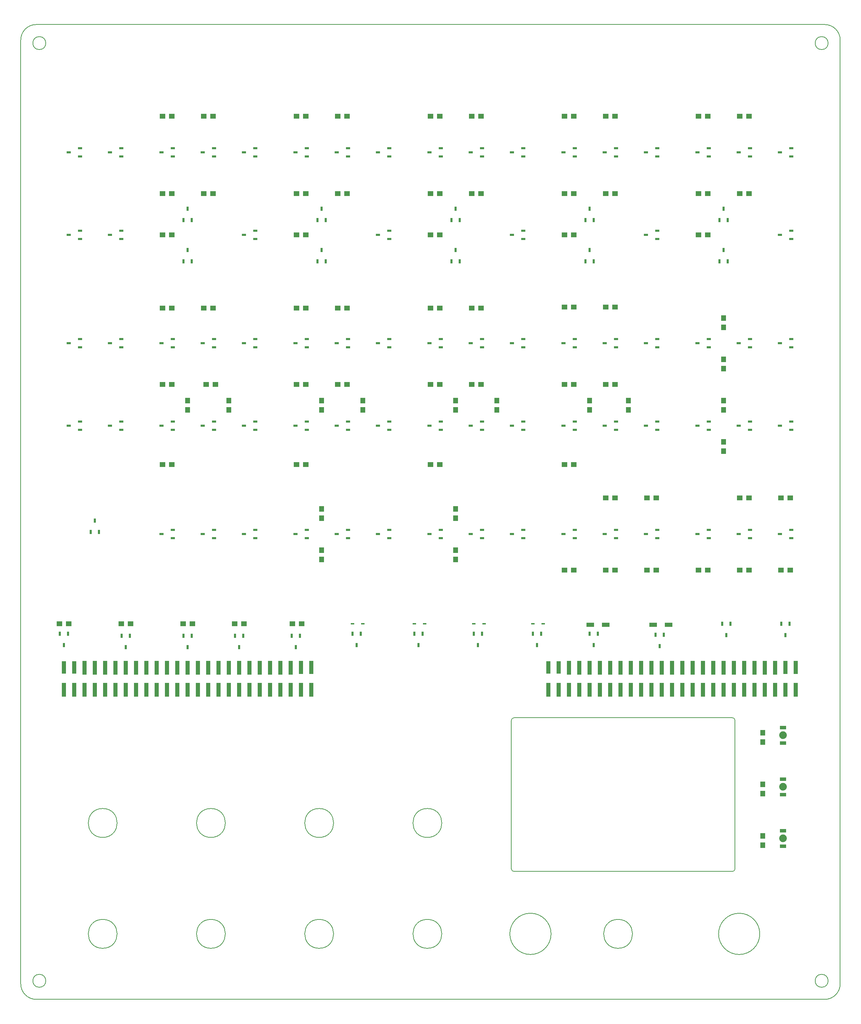
<source format=gbr>
G04 DesignSpark PCB PRO Gerber Version 9.0 Build 5138 *
G04 #@! TF.Part,Single*
G04 #@! TF.FileFunction,Paste,Bot *
G04 #@! TF.FilePolarity,Positive *
%FSLAX35Y35*%
%MOIN*%
G04 #@! TA.AperFunction,SMDPad,CuDef*
%ADD106R,0.02400X0.04400*%
%ADD101R,0.04200X0.12400*%
%ADD103R,0.04200X0.12900*%
%ADD102R,0.04200X0.13400*%
%ADD107R,0.04900X0.05400*%
G04 #@! TD.AperFunction*
%ADD13C,0.00500*%
G04 #@! TA.AperFunction,SMDPad,CuDef*
%ADD111C,0.07400*%
%ADD108R,0.03400X0.01600*%
%ADD104R,0.04400X0.02400*%
%ADD110R,0.06400X0.03800*%
%ADD109R,0.07400X0.04400*%
%ADD105R,0.05400X0.04900*%
X0Y0D02*
D02*
D13*
X15300Y14000D02*
X780300D01*
G75*
G03X795300Y29000J15000*
G01*
Y944000*
G75*
G03X780300Y959000I-15000*
G01*
X15300*
G75*
G03X300Y944000J-15000*
G01*
Y29000*
G75*
G03X15300Y14000I15000*
G01*
X18300Y38300D02*
G75*
G03Y25700J-6300D01*
G01*
G75*
G03Y38300J6300*
G01*
Y947300D02*
G75*
G03Y934700J-6300D01*
G01*
G75*
G03Y947300J6300*
G01*
X79800Y91500D02*
G75*
G03Y63500J-14000D01*
G01*
G75*
G03Y91500J14000*
G01*
Y199000D02*
G75*
G03Y171000J-14000D01*
G01*
G75*
G03Y199000J14000*
G01*
X184800Y91500D02*
G75*
G03Y63500J-14000D01*
G01*
G75*
G03Y91500J14000*
G01*
Y199000D02*
G75*
G03Y171000J-14000D01*
G01*
G75*
G03Y199000J14000*
G01*
X289800Y91500D02*
G75*
G03Y63500J-14000D01*
G01*
G75*
G03Y91500J14000*
G01*
Y199000D02*
G75*
G03Y171000J-14000D01*
G01*
G75*
G03Y199000J14000*
G01*
X394800Y91500D02*
G75*
G03Y63500J-14000D01*
G01*
G75*
G03Y91500J14000*
G01*
Y199000D02*
G75*
G03Y171000J-14000D01*
G01*
G75*
G03Y199000J14000*
G01*
X478800Y138000D02*
X690800D01*
G75*
G03X693300Y140500J2500*
G01*
Y284500*
G75*
G03X690800Y287000I-2500*
G01*
X478800*
G75*
G03X476300Y284500J-2500*
G01*
Y140500*
G75*
G03X478800Y138000I2500*
G01*
X494800Y97500D02*
G75*
G03Y57500J-20000D01*
G01*
G75*
G03Y97500J20000*
G01*
X579800Y91500D02*
G75*
G03Y63500J-14000D01*
G01*
G75*
G03Y91500J14000*
G01*
X697300Y97500D02*
G75*
G03Y57500J-20000D01*
G01*
G75*
G03Y97500J20000*
G01*
X777300Y38300D02*
G75*
G03Y25700J-6300D01*
G01*
G75*
G03Y38300J6300*
G01*
Y947300D02*
G75*
G03Y934700J-6300D01*
G01*
G75*
G03Y947300J6300*
G01*
D02*
D101*
X42300Y335800D03*
X52300D03*
X512300D03*
X522300D03*
D02*
D102*
X42300Y314000D03*
X52300D03*
X62300D03*
Y335500D03*
X72300Y314000D03*
Y335500D03*
X82300Y314000D03*
Y335500D03*
X92300Y314000D03*
Y335500D03*
X102300Y314000D03*
Y335500D03*
X112300Y314000D03*
Y335500D03*
X122300Y314000D03*
Y335500D03*
X132300Y314000D03*
Y335500D03*
X142300Y314000D03*
Y335500D03*
X152300Y314000D03*
Y335500D03*
X162300Y314000D03*
Y335500D03*
X172300Y314000D03*
Y335500D03*
X182300Y314000D03*
Y335500D03*
X192300Y314000D03*
Y335500D03*
X202300Y314000D03*
Y335500D03*
X212300Y314000D03*
Y335500D03*
X222300Y314000D03*
Y335500D03*
X232300Y314000D03*
Y335500D03*
X242300Y314000D03*
Y335500D03*
X252300Y314000D03*
Y335500D03*
X262300Y314000D03*
Y335500D03*
X272300Y314000D03*
X282300D03*
X512300D03*
X522300D03*
X532300D03*
Y335500D03*
X542300Y314000D03*
Y335500D03*
X552300Y314000D03*
Y335500D03*
X562300Y314000D03*
Y335500D03*
X572300Y314000D03*
Y335500D03*
X582300Y314000D03*
Y335500D03*
X592300Y314000D03*
Y335500D03*
X602300Y314000D03*
Y335500D03*
X612300Y314000D03*
Y335500D03*
X622300Y314000D03*
Y335500D03*
X632300Y314000D03*
Y335500D03*
X642300Y314000D03*
Y335500D03*
X652300Y314000D03*
Y335500D03*
X662300Y314000D03*
Y335500D03*
X672300Y314000D03*
Y335500D03*
X682300Y314000D03*
Y335500D03*
X692300Y314000D03*
Y335500D03*
X702300Y314000D03*
Y335500D03*
X712300Y314000D03*
Y335500D03*
X722300Y314000D03*
Y335500D03*
X732300Y314000D03*
Y335500D03*
X742300Y314000D03*
X752300D03*
D02*
D103*
X272300Y335800D03*
X282300D03*
X742300D03*
X752300D03*
D02*
D104*
X46800Y570000D03*
Y650000D03*
Y755000D03*
Y835000D03*
X57800Y566000D03*
Y574000D03*
Y646000D03*
Y654000D03*
Y751000D03*
Y759000D03*
Y831000D03*
Y839000D03*
X86800Y570000D03*
Y650000D03*
Y755000D03*
Y835000D03*
X97800Y566000D03*
Y574000D03*
Y646000D03*
Y654000D03*
Y751000D03*
Y759000D03*
Y831000D03*
Y839000D03*
X136800Y465000D03*
Y570000D03*
Y650000D03*
Y835000D03*
X147800Y461000D03*
Y469000D03*
Y566000D03*
Y574000D03*
Y646000D03*
Y654000D03*
Y831000D03*
Y839000D03*
X176800Y465000D03*
Y570000D03*
Y650000D03*
Y835000D03*
X187800Y461000D03*
Y469000D03*
Y566000D03*
Y574000D03*
Y646000D03*
Y654000D03*
Y831000D03*
Y839000D03*
X216800Y465000D03*
Y570000D03*
Y650000D03*
Y755000D03*
Y835000D03*
X227800Y461000D03*
Y469000D03*
Y566000D03*
Y574000D03*
Y646000D03*
Y654000D03*
Y751000D03*
Y759000D03*
Y831000D03*
Y839000D03*
X266800Y465000D03*
Y570000D03*
Y650000D03*
Y835000D03*
X277800Y461000D03*
Y469000D03*
Y566000D03*
Y574000D03*
Y646000D03*
Y654000D03*
Y831000D03*
Y839000D03*
X306800Y465000D03*
Y570000D03*
Y650000D03*
Y835000D03*
X317800Y461000D03*
Y469000D03*
Y566000D03*
Y574000D03*
Y646000D03*
Y654000D03*
Y831000D03*
Y839000D03*
X346800Y465000D03*
Y570000D03*
Y650000D03*
Y755000D03*
Y835000D03*
X357800Y461000D03*
Y469000D03*
Y566000D03*
Y574000D03*
Y646000D03*
Y654000D03*
Y751000D03*
Y759000D03*
Y831000D03*
Y839000D03*
X396800Y465000D03*
Y570000D03*
Y650000D03*
Y835000D03*
X407800Y461000D03*
Y469000D03*
Y566000D03*
Y574000D03*
Y646000D03*
Y654000D03*
Y831000D03*
Y839000D03*
X436800Y465000D03*
Y570000D03*
Y650000D03*
Y835000D03*
X447800Y461000D03*
Y469000D03*
Y566000D03*
Y574000D03*
Y646000D03*
Y654000D03*
Y831000D03*
Y839000D03*
X476800Y465000D03*
Y570000D03*
Y650000D03*
Y755000D03*
Y835000D03*
X487800Y461000D03*
Y469000D03*
Y566000D03*
Y574000D03*
Y646000D03*
Y654000D03*
Y751000D03*
Y759000D03*
Y831000D03*
Y839000D03*
X526800Y465000D03*
Y570000D03*
Y650000D03*
Y835000D03*
X537800Y461000D03*
Y469000D03*
Y566000D03*
Y574000D03*
Y646000D03*
Y654000D03*
Y831000D03*
Y839000D03*
X566800Y465000D03*
Y570000D03*
Y650000D03*
Y835000D03*
X577800Y461000D03*
Y469000D03*
Y566000D03*
Y574000D03*
Y646000D03*
Y654000D03*
Y831000D03*
Y839000D03*
X606800Y465000D03*
Y570000D03*
Y650000D03*
Y755000D03*
Y835000D03*
X617800Y461000D03*
Y469000D03*
Y566000D03*
Y574000D03*
Y646000D03*
Y654000D03*
Y751000D03*
Y759000D03*
Y831000D03*
Y839000D03*
X656800Y465000D03*
Y570000D03*
Y650000D03*
Y835000D03*
X667800Y461000D03*
Y469000D03*
Y566000D03*
Y574000D03*
Y646000D03*
Y654000D03*
Y831000D03*
Y839000D03*
X696800Y465000D03*
Y570000D03*
Y650000D03*
Y835000D03*
X707800Y461000D03*
Y469000D03*
Y566000D03*
Y574000D03*
Y646000D03*
Y654000D03*
Y831000D03*
Y839000D03*
X736800Y465000D03*
Y570000D03*
Y650000D03*
Y755000D03*
Y835000D03*
X747800Y461000D03*
Y469000D03*
Y566000D03*
Y574000D03*
Y646000D03*
Y654000D03*
Y751000D03*
Y759000D03*
Y831000D03*
Y839000D03*
D02*
D105*
X37800Y378000D03*
X46800D03*
X97800D03*
X106800D03*
X137800Y532500D03*
Y610000D03*
Y684000D03*
Y755000D03*
Y795000D03*
Y870000D03*
X146800Y532500D03*
Y610000D03*
Y684000D03*
Y755000D03*
Y795000D03*
Y870000D03*
X157800Y378000D03*
X166800D03*
X177800Y684000D03*
Y795000D03*
Y870000D03*
X180300Y610000D03*
X186800Y684000D03*
Y795000D03*
Y870000D03*
X189300Y610000D03*
X207800Y378000D03*
X216800D03*
X263800D03*
X267800Y532500D03*
Y610000D03*
Y684000D03*
Y755000D03*
Y795000D03*
Y870000D03*
X272800Y378000D03*
X276800Y532500D03*
Y610000D03*
Y684000D03*
Y755000D03*
Y795000D03*
Y870000D03*
X307800Y610000D03*
Y684000D03*
Y795000D03*
Y870000D03*
X316800Y610000D03*
Y684000D03*
Y795000D03*
Y870000D03*
X397800Y532500D03*
Y610000D03*
Y684000D03*
Y755000D03*
Y795000D03*
Y870000D03*
X406800Y532500D03*
Y610000D03*
Y684000D03*
Y755000D03*
Y795000D03*
Y870000D03*
X437800Y610000D03*
Y684000D03*
Y795000D03*
Y870000D03*
X446800Y610000D03*
Y684000D03*
Y795000D03*
Y870000D03*
X527800Y430000D03*
Y532500D03*
Y610000D03*
Y685000D03*
Y755000D03*
Y795000D03*
Y870000D03*
X536800Y430000D03*
Y532500D03*
Y610000D03*
Y685000D03*
Y755000D03*
Y795000D03*
Y870000D03*
X567800Y430000D03*
Y500000D03*
Y610000D03*
Y685000D03*
Y795000D03*
Y870000D03*
X576800Y430000D03*
Y500000D03*
Y610000D03*
Y685000D03*
Y795000D03*
Y870000D03*
X607800Y430000D03*
Y500000D03*
X616800Y430000D03*
Y500000D03*
X657800Y430000D03*
Y755000D03*
Y795000D03*
Y870000D03*
X666800Y430000D03*
Y755000D03*
Y795000D03*
Y870000D03*
X697800Y430000D03*
Y500000D03*
Y795000D03*
Y870000D03*
X706800Y430000D03*
Y500000D03*
Y795000D03*
Y870000D03*
X737800Y430000D03*
Y500000D03*
X746800Y430000D03*
Y500000D03*
D02*
D106*
X38300Y368500D03*
X42300Y357500D03*
X46300Y368500D03*
X68300Y467000D03*
X72300Y478000D03*
X76300Y467000D03*
X98300Y366500D03*
X102300Y355500D03*
X106300Y366500D03*
X158300D03*
Y729500D03*
Y769500D03*
X162300Y355500D03*
Y740500D03*
Y780500D03*
X166300Y366500D03*
Y729500D03*
Y769500D03*
X208300Y366500D03*
X212300Y355500D03*
X216300Y366500D03*
X263300D03*
X267300Y355500D03*
X271300Y366500D03*
X288300Y729500D03*
Y769500D03*
X292300Y740500D03*
Y780500D03*
X296300Y729500D03*
Y769500D03*
X322300Y368500D03*
X326300Y357500D03*
X330300Y368500D03*
X382300D03*
X386300Y357500D03*
X390300Y368500D03*
X418300Y729500D03*
Y769500D03*
X422300Y740500D03*
Y780500D03*
X426300Y729500D03*
Y769500D03*
X439800Y368500D03*
X443800Y357500D03*
X447800Y368500D03*
X497300D03*
X501300Y357500D03*
X505300Y368500D03*
X548300Y729500D03*
Y769500D03*
X552300Y368500D03*
Y740500D03*
Y780500D03*
X556300Y357500D03*
Y729500D03*
Y769500D03*
X560300Y368500D03*
X616300Y367500D03*
X620300Y356500D03*
X624300Y367500D03*
X678300Y729500D03*
Y769500D03*
X680800Y378000D03*
X682300Y740500D03*
Y780500D03*
X684800Y367000D03*
X686300Y729500D03*
Y769500D03*
X688800Y378000D03*
X738300D03*
X742300Y367000D03*
X746300Y378000D03*
D02*
D107*
X162300Y585500D03*
Y594500D03*
X202300Y585500D03*
Y594500D03*
X292300Y440500D03*
Y449500D03*
Y480500D03*
Y489500D03*
Y585500D03*
Y594500D03*
X332300Y585500D03*
Y594500D03*
X422300Y440500D03*
Y449500D03*
Y480500D03*
Y489500D03*
Y585500D03*
Y594500D03*
X462300Y585500D03*
Y594500D03*
X552300Y585500D03*
Y594500D03*
X589800Y585500D03*
Y594500D03*
X682300Y545500D03*
Y554500D03*
Y585500D03*
Y594500D03*
Y625500D03*
Y634500D03*
Y665500D03*
Y674500D03*
X720300Y163500D03*
Y172500D03*
Y213500D03*
Y222500D03*
Y263500D03*
Y272500D03*
D02*
D108*
X322300Y378000D03*
X332300D03*
X382300D03*
X392300D03*
X439800D03*
X449800D03*
X497300D03*
X507300D03*
D02*
D109*
X552800Y377000D03*
X567800D03*
X613800D03*
X628800D03*
D02*
D110*
X739800Y162500D03*
Y177500D03*
Y212500D03*
Y227500D03*
Y262500D03*
Y277500D03*
D02*
D111*
Y170000D03*
Y220000D03*
Y270000D03*
X0Y0D02*
M02*

</source>
